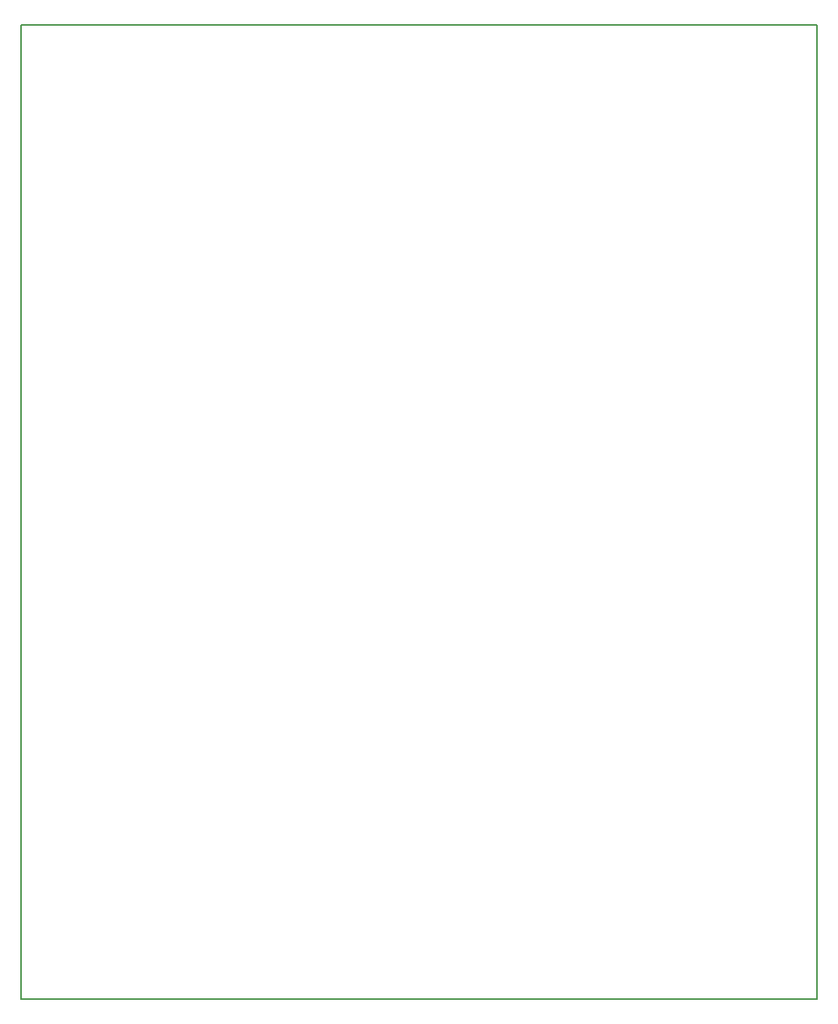
<source format=gbr>
%TF.GenerationSoftware,KiCad,Pcbnew,(5.0.2-5-10.14)*%
%TF.CreationDate,2019-04-08T21:19:03+10:00*%
%TF.ProjectId,macropod,6d616372-6f70-46f6-942e-6b696361645f,rev?*%
%TF.SameCoordinates,Original*%
%TF.FileFunction,Profile,NP*%
%FSLAX46Y46*%
G04 Gerber Fmt 4.6, Leading zero omitted, Abs format (unit mm)*
G04 Created by KiCad (PCBNEW (5.0.2-5-10.14)) date Monday, 08 April 2019 at 09:19:03 pm*
%MOMM*%
%LPD*%
G01*
G04 APERTURE LIST*
%ADD10C,0.150000*%
G04 APERTURE END LIST*
D10*
X29700000Y-28429951D02*
X29700000Y-134229951D01*
X29700000Y-134229951D02*
X116300000Y-134229951D01*
X116300000Y-28429951D02*
X116300000Y-134229951D01*
X29700000Y-28429951D02*
X116300000Y-28429951D01*
M02*

</source>
